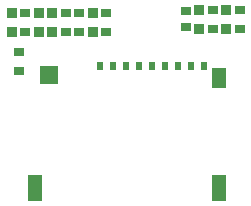
<source format=gbr>
G04 EAGLE Gerber RS-274X export*
G75*
%MOMM*%
%FSLAX34Y34*%
%LPD*%
%INSolderpaste Bottom*%
%IPPOS*%
%AMOC8*
5,1,8,0,0,1.08239X$1,22.5*%
G01*
%ADD10R,0.500000X0.750000*%
%ADD11R,1.200000X1.800000*%
%ADD12R,1.200000X2.200000*%
%ADD13R,1.600000X1.500000*%
%ADD14R,0.950000X0.900000*%
%ADD15R,0.950000X0.800000*%
%ADD16R,0.940000X0.800000*%


D10*
X639450Y553430D03*
X628450Y553430D03*
X617450Y553430D03*
X606450Y553430D03*
X595450Y553430D03*
X584450Y553430D03*
X573450Y553430D03*
X562450Y553430D03*
X551450Y553430D03*
D11*
X651450Y543180D03*
D12*
X651450Y450180D03*
D13*
X508200Y545680D03*
D12*
X496450Y450180D03*
D14*
X476250Y582550D03*
X476250Y598550D03*
X499110Y582550D03*
X499110Y598550D03*
X510540Y582550D03*
X510540Y598550D03*
X544830Y582550D03*
X544830Y598550D03*
X635000Y585090D03*
X635000Y601090D03*
X657860Y585090D03*
X657860Y601090D03*
D15*
X669290Y585090D03*
X669290Y601090D03*
X646430Y585090D03*
X646430Y601090D03*
X556260Y582550D03*
X556260Y598550D03*
X533400Y582550D03*
X533400Y598550D03*
X521970Y582550D03*
X521970Y598550D03*
X487680Y582550D03*
X487680Y598550D03*
X482600Y565530D03*
X482600Y549530D03*
D16*
X623570Y586390D03*
X623570Y599790D03*
M02*

</source>
